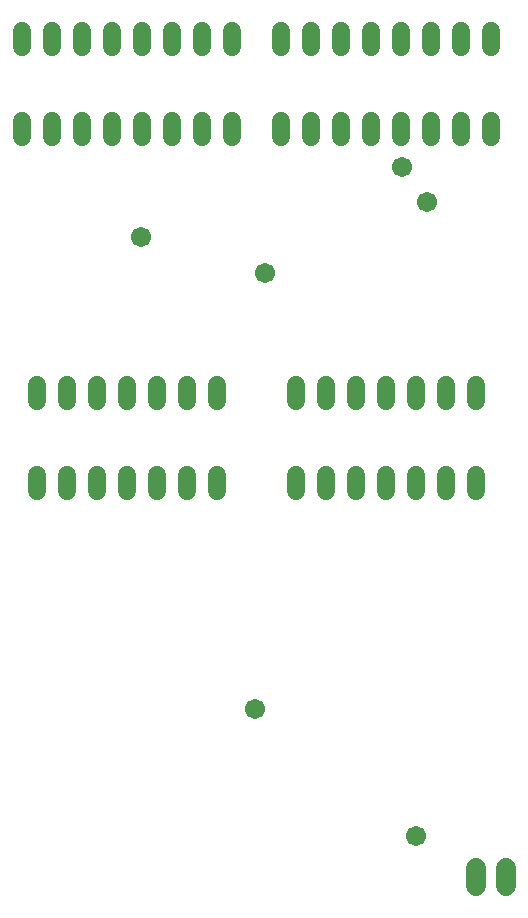
<source format=gbr>
G04 EAGLE Gerber RS-274X export*
G75*
%MOMM*%
%FSLAX34Y34*%
%LPD*%
%INSoldermask Bottom*%
%IPPOS*%
%AMOC8*
5,1,8,0,0,1.08239X$1,22.5*%
G01*
%ADD10C,1.524000*%
%ADD11C,1.727200*%
%ADD12C,1.703200*%


D10*
X51100Y655296D02*
X51100Y668504D01*
X76500Y668504D02*
X76500Y655296D01*
X203500Y655296D02*
X203500Y668504D01*
X228900Y668504D02*
X228900Y655296D01*
X101900Y655296D02*
X101900Y668504D01*
X127300Y668504D02*
X127300Y655296D01*
X178100Y655296D02*
X178100Y668504D01*
X152700Y668504D02*
X152700Y655296D01*
X228900Y731496D02*
X228900Y744704D01*
X203500Y744704D02*
X203500Y731496D01*
X178100Y731496D02*
X178100Y744704D01*
X152700Y744704D02*
X152700Y731496D01*
X127300Y731496D02*
X127300Y744704D01*
X101900Y744704D02*
X101900Y731496D01*
X76500Y731496D02*
X76500Y744704D01*
X51100Y744704D02*
X51100Y731496D01*
X271100Y668504D02*
X271100Y655296D01*
X296500Y655296D02*
X296500Y668504D01*
X423500Y668504D02*
X423500Y655296D01*
X448900Y655296D02*
X448900Y668504D01*
X321900Y668504D02*
X321900Y655296D01*
X347300Y655296D02*
X347300Y668504D01*
X398100Y668504D02*
X398100Y655296D01*
X372700Y655296D02*
X372700Y668504D01*
X448900Y731496D02*
X448900Y744704D01*
X423500Y744704D02*
X423500Y731496D01*
X398100Y731496D02*
X398100Y744704D01*
X372700Y744704D02*
X372700Y731496D01*
X347300Y731496D02*
X347300Y744704D01*
X321900Y744704D02*
X321900Y731496D01*
X296500Y731496D02*
X296500Y744704D01*
X271100Y744704D02*
X271100Y731496D01*
X283800Y368504D02*
X283800Y355296D01*
X309200Y355296D02*
X309200Y368504D01*
X436200Y368504D02*
X436200Y355296D01*
X436200Y431496D02*
X436200Y444704D01*
X334600Y368504D02*
X334600Y355296D01*
X360000Y355296D02*
X360000Y368504D01*
X410800Y368504D02*
X410800Y355296D01*
X385400Y355296D02*
X385400Y368504D01*
X410800Y431496D02*
X410800Y444704D01*
X385400Y444704D02*
X385400Y431496D01*
X360000Y431496D02*
X360000Y444704D01*
X334600Y444704D02*
X334600Y431496D01*
X309200Y431496D02*
X309200Y444704D01*
X283800Y444704D02*
X283800Y431496D01*
X63800Y368504D02*
X63800Y355296D01*
X89200Y355296D02*
X89200Y368504D01*
X216200Y368504D02*
X216200Y355296D01*
X216200Y431496D02*
X216200Y444704D01*
X114600Y368504D02*
X114600Y355296D01*
X140000Y355296D02*
X140000Y368504D01*
X190800Y368504D02*
X190800Y355296D01*
X165400Y355296D02*
X165400Y368504D01*
X190800Y431496D02*
X190800Y444704D01*
X165400Y444704D02*
X165400Y431496D01*
X140000Y431496D02*
X140000Y444704D01*
X114600Y444704D02*
X114600Y431496D01*
X89200Y431496D02*
X89200Y444704D01*
X63800Y444704D02*
X63800Y431496D01*
D11*
X435600Y36120D02*
X435600Y20880D01*
X461000Y20880D02*
X461000Y36120D01*
D12*
X373000Y630000D03*
X152500Y570000D03*
X385000Y63500D03*
X394500Y600000D03*
X257000Y540000D03*
X248500Y171000D03*
M02*

</source>
